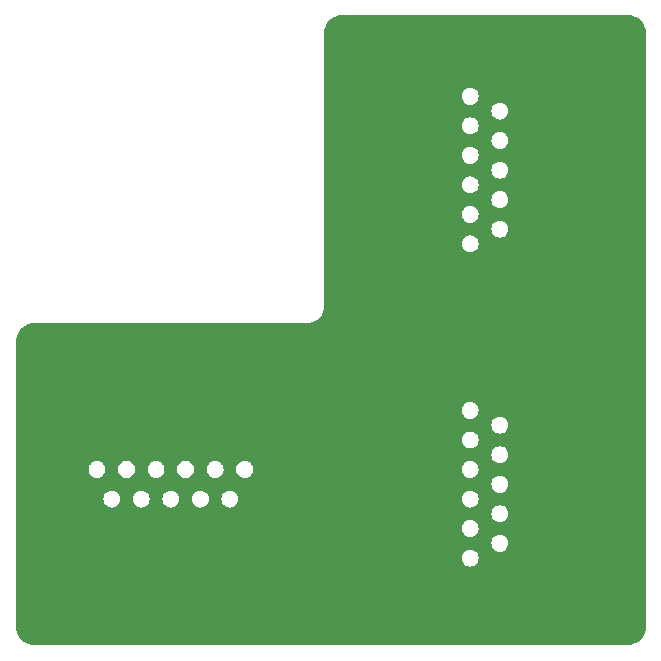
<source format=gbr>
%TF.GenerationSoftware,KiCad,Pcbnew,(5.1.10)-1*%
%TF.CreationDate,2023-09-11T18:35:05-05:00*%
%TF.ProjectId,perovskite_contact_board,7065726f-7673-46b6-9974-655f636f6e74,V3*%
%TF.SameCoordinates,Original*%
%TF.FileFunction,Soldermask,Top*%
%TF.FilePolarity,Negative*%
%FSLAX46Y46*%
G04 Gerber Fmt 4.6, Leading zero omitted, Abs format (unit mm)*
G04 Created by KiCad (PCBNEW (5.1.10)-1) date 2023-09-11 18:35:05*
%MOMM*%
%LPD*%
G01*
G04 APERTURE LIST*
%ADD10R,0.350000X0.500000*%
%ADD11R,4.000000X4.000000*%
%ADD12R,3.800000X7.400000*%
%ADD13C,2.000000*%
%ADD14C,0.152400*%
%ADD15C,0.100000*%
G04 APERTURE END LIST*
D10*
%TO.C,U7*%
X158963000Y-88451800D03*
X158313000Y-88451800D03*
X157663000Y-88451800D03*
X157013000Y-88451800D03*
X157013000Y-86401800D03*
X157663000Y-86401800D03*
X158313000Y-86401800D03*
X158963000Y-86401800D03*
%TD*%
%TO.C,C2*%
G36*
G01*
X156912500Y-90863300D02*
X157412500Y-90863300D01*
G75*
G02*
X157637500Y-91088300I0J-225000D01*
G01*
X157637500Y-91538300D01*
G75*
G02*
X157412500Y-91763300I-225000J0D01*
G01*
X156912500Y-91763300D01*
G75*
G02*
X156687500Y-91538300I0J225000D01*
G01*
X156687500Y-91088300D01*
G75*
G02*
X156912500Y-90863300I225000J0D01*
G01*
G37*
G36*
G01*
X156912500Y-89313300D02*
X157412500Y-89313300D01*
G75*
G02*
X157637500Y-89538300I0J-225000D01*
G01*
X157637500Y-89988300D01*
G75*
G02*
X157412500Y-90213300I-225000J0D01*
G01*
X156912500Y-90213300D01*
G75*
G02*
X156687500Y-89988300I0J225000D01*
G01*
X156687500Y-89538300D01*
G75*
G02*
X156912500Y-89313300I225000J0D01*
G01*
G37*
%TD*%
%TO.C,C1*%
G36*
G01*
X158436500Y-90863300D02*
X158936500Y-90863300D01*
G75*
G02*
X159161500Y-91088300I0J-225000D01*
G01*
X159161500Y-91538300D01*
G75*
G02*
X158936500Y-91763300I-225000J0D01*
G01*
X158436500Y-91763300D01*
G75*
G02*
X158211500Y-91538300I0J225000D01*
G01*
X158211500Y-91088300D01*
G75*
G02*
X158436500Y-90863300I225000J0D01*
G01*
G37*
G36*
G01*
X158436500Y-89313300D02*
X158936500Y-89313300D01*
G75*
G02*
X159161500Y-89538300I0J-225000D01*
G01*
X159161500Y-89988300D01*
G75*
G02*
X158936500Y-90213300I-225000J0D01*
G01*
X158436500Y-90213300D01*
G75*
G02*
X158211500Y-89988300I0J225000D01*
G01*
X158211500Y-89538300D01*
G75*
G02*
X158436500Y-89313300I225000J0D01*
G01*
G37*
%TD*%
D11*
%TO.C,U3*%
X162577500Y-100463000D03*
X162577500Y-120663000D03*
X173177500Y-110763000D03*
X152877500Y-110713000D03*
D12*
X173377500Y-118913000D03*
X173377500Y-102463000D03*
X152777500Y-102463000D03*
X152777500Y-118913000D03*
%TD*%
D13*
%TO.C,JP103.8*%
X156768800Y-76352400D03*
%TD*%
%TO.C,JP103.11*%
X158496000Y-73863200D03*
%TD*%
D11*
%TO.C,U2*%
X136479000Y-100263000D03*
X136479000Y-120463000D03*
X147079000Y-110563000D03*
X126779000Y-110513000D03*
D12*
X147279000Y-118713000D03*
X147279000Y-102263000D03*
X126679000Y-102263000D03*
X126679000Y-118713000D03*
%TD*%
D13*
%TO.C,JP103.2*%
X157886400Y-79806800D03*
%TD*%
%TO.C,JP103.1*%
X157022800Y-83515200D03*
%TD*%
D11*
%TO.C,U1*%
X162514000Y-74260000D03*
X162514000Y-94460000D03*
X173114000Y-84560000D03*
X152814000Y-84510000D03*
D12*
X173314000Y-92710000D03*
X173314000Y-76260000D03*
X152714000Y-76260000D03*
X152714000Y-92710000D03*
%TD*%
D14*
X175199451Y-70898868D02*
X175428324Y-70953816D01*
X175645785Y-71043891D01*
X175846477Y-71166876D01*
X176025459Y-71319741D01*
X176178324Y-71498723D01*
X176301309Y-71699415D01*
X176391384Y-71916876D01*
X176446332Y-72145749D01*
X176464799Y-72380401D01*
X176464799Y-122580400D01*
X176446332Y-122815052D01*
X176391384Y-123043925D01*
X176301309Y-123261386D01*
X176178324Y-123462078D01*
X176025459Y-123641060D01*
X175846477Y-123793925D01*
X175645785Y-123916910D01*
X175428324Y-124006985D01*
X175199451Y-124061933D01*
X174964799Y-124080400D01*
X124764800Y-124080400D01*
X124530148Y-124061933D01*
X124301275Y-124006985D01*
X124083814Y-123916910D01*
X123883122Y-123793925D01*
X123704140Y-123641060D01*
X123551275Y-123462078D01*
X123428290Y-123261386D01*
X123338215Y-123043925D01*
X123283267Y-122815052D01*
X123264800Y-122580400D01*
X123264800Y-116780400D01*
X160864800Y-116780400D01*
X160884858Y-116958417D01*
X160944025Y-117127507D01*
X161039335Y-117279192D01*
X161166008Y-117405865D01*
X161317693Y-117501175D01*
X161486783Y-117560342D01*
X161664800Y-117580400D01*
X161842817Y-117560342D01*
X162011907Y-117501175D01*
X162163592Y-117405865D01*
X162290265Y-117279192D01*
X162385575Y-117127507D01*
X162444742Y-116958417D01*
X162464800Y-116780400D01*
X162444742Y-116602383D01*
X162385575Y-116433293D01*
X162290265Y-116281608D01*
X162163592Y-116154935D01*
X162011907Y-116059625D01*
X161842817Y-116000458D01*
X161664800Y-115980400D01*
X161486783Y-116000458D01*
X161317693Y-116059625D01*
X161166008Y-116154935D01*
X161039335Y-116281608D01*
X160944025Y-116433293D01*
X160884858Y-116602383D01*
X160864800Y-116780400D01*
X123264800Y-116780400D01*
X123264800Y-115530400D01*
X163364800Y-115530400D01*
X163384858Y-115708417D01*
X163444025Y-115877507D01*
X163539335Y-116029192D01*
X163666008Y-116155865D01*
X163817693Y-116251175D01*
X163986783Y-116310342D01*
X164164800Y-116330400D01*
X164342817Y-116310342D01*
X164511907Y-116251175D01*
X164663592Y-116155865D01*
X164790265Y-116029192D01*
X164885575Y-115877507D01*
X164944742Y-115708417D01*
X164964800Y-115530400D01*
X164944742Y-115352383D01*
X164885575Y-115183293D01*
X164790265Y-115031608D01*
X164663592Y-114904935D01*
X164511907Y-114809625D01*
X164342817Y-114750458D01*
X164164800Y-114730400D01*
X163986783Y-114750458D01*
X163817693Y-114809625D01*
X163666008Y-114904935D01*
X163539335Y-115031608D01*
X163444025Y-115183293D01*
X163384858Y-115352383D01*
X163364800Y-115530400D01*
X123264800Y-115530400D01*
X123264800Y-114280400D01*
X160864800Y-114280400D01*
X160884858Y-114458417D01*
X160944025Y-114627507D01*
X161039335Y-114779192D01*
X161166008Y-114905865D01*
X161317693Y-115001175D01*
X161486783Y-115060342D01*
X161664800Y-115080400D01*
X161842817Y-115060342D01*
X162011907Y-115001175D01*
X162163592Y-114905865D01*
X162290265Y-114779192D01*
X162385575Y-114627507D01*
X162444742Y-114458417D01*
X162464800Y-114280400D01*
X162444742Y-114102383D01*
X162385575Y-113933293D01*
X162290265Y-113781608D01*
X162163592Y-113654935D01*
X162011907Y-113559625D01*
X161842817Y-113500458D01*
X161664800Y-113480400D01*
X161486783Y-113500458D01*
X161317693Y-113559625D01*
X161166008Y-113654935D01*
X161039335Y-113781608D01*
X160944025Y-113933293D01*
X160884858Y-114102383D01*
X160864800Y-114280400D01*
X123264800Y-114280400D01*
X123264800Y-113030400D01*
X163364800Y-113030400D01*
X163384858Y-113208417D01*
X163444025Y-113377507D01*
X163539335Y-113529192D01*
X163666008Y-113655865D01*
X163817693Y-113751175D01*
X163986783Y-113810342D01*
X164164800Y-113830400D01*
X164342817Y-113810342D01*
X164511907Y-113751175D01*
X164663592Y-113655865D01*
X164790265Y-113529192D01*
X164885575Y-113377507D01*
X164944742Y-113208417D01*
X164964800Y-113030400D01*
X164944742Y-112852383D01*
X164885575Y-112683293D01*
X164790265Y-112531608D01*
X164663592Y-112404935D01*
X164511907Y-112309625D01*
X164342817Y-112250458D01*
X164164800Y-112230400D01*
X163986783Y-112250458D01*
X163817693Y-112309625D01*
X163666008Y-112404935D01*
X163539335Y-112531608D01*
X163444025Y-112683293D01*
X163384858Y-112852383D01*
X163364800Y-113030400D01*
X123264800Y-113030400D01*
X123264800Y-111780401D01*
X130514800Y-111780401D01*
X130534858Y-111958418D01*
X130594025Y-112127508D01*
X130689335Y-112279193D01*
X130816008Y-112405866D01*
X130967693Y-112501176D01*
X131136783Y-112560343D01*
X131314800Y-112580401D01*
X131492817Y-112560343D01*
X131661907Y-112501176D01*
X131813592Y-112405866D01*
X131940265Y-112279193D01*
X132035575Y-112127508D01*
X132094742Y-111958418D01*
X132114800Y-111780401D01*
X133014800Y-111780401D01*
X133034858Y-111958418D01*
X133094025Y-112127508D01*
X133189335Y-112279193D01*
X133316008Y-112405866D01*
X133467693Y-112501176D01*
X133636783Y-112560343D01*
X133814800Y-112580401D01*
X133992817Y-112560343D01*
X134161907Y-112501176D01*
X134313592Y-112405866D01*
X134440265Y-112279193D01*
X134535575Y-112127508D01*
X134594742Y-111958418D01*
X134614800Y-111780401D01*
X135514800Y-111780401D01*
X135534858Y-111958418D01*
X135594025Y-112127508D01*
X135689335Y-112279193D01*
X135816008Y-112405866D01*
X135967693Y-112501176D01*
X136136783Y-112560343D01*
X136314800Y-112580401D01*
X136492817Y-112560343D01*
X136661907Y-112501176D01*
X136813592Y-112405866D01*
X136940265Y-112279193D01*
X137035575Y-112127508D01*
X137094742Y-111958418D01*
X137114800Y-111780401D01*
X138014800Y-111780401D01*
X138034858Y-111958418D01*
X138094025Y-112127508D01*
X138189335Y-112279193D01*
X138316008Y-112405866D01*
X138467693Y-112501176D01*
X138636783Y-112560343D01*
X138814800Y-112580401D01*
X138992817Y-112560343D01*
X139161907Y-112501176D01*
X139313592Y-112405866D01*
X139440265Y-112279193D01*
X139535575Y-112127508D01*
X139594742Y-111958418D01*
X139614800Y-111780401D01*
X140514800Y-111780401D01*
X140534858Y-111958418D01*
X140594025Y-112127508D01*
X140689335Y-112279193D01*
X140816008Y-112405866D01*
X140967693Y-112501176D01*
X141136783Y-112560343D01*
X141314800Y-112580401D01*
X141492817Y-112560343D01*
X141661907Y-112501176D01*
X141813592Y-112405866D01*
X141940265Y-112279193D01*
X142035575Y-112127508D01*
X142094742Y-111958418D01*
X142114800Y-111780401D01*
X160864800Y-111780401D01*
X160884858Y-111958418D01*
X160944025Y-112127508D01*
X161039335Y-112279193D01*
X161166008Y-112405866D01*
X161317693Y-112501176D01*
X161486783Y-112560343D01*
X161664800Y-112580401D01*
X161842817Y-112560343D01*
X162011907Y-112501176D01*
X162163592Y-112405866D01*
X162290265Y-112279193D01*
X162385575Y-112127508D01*
X162444742Y-111958418D01*
X162464800Y-111780401D01*
X162444742Y-111602384D01*
X162385575Y-111433294D01*
X162290265Y-111281609D01*
X162163592Y-111154936D01*
X162011907Y-111059626D01*
X161842817Y-111000459D01*
X161664800Y-110980401D01*
X161486783Y-111000459D01*
X161317693Y-111059626D01*
X161166008Y-111154936D01*
X161039335Y-111281609D01*
X160944025Y-111433294D01*
X160884858Y-111602384D01*
X160864800Y-111780401D01*
X142114800Y-111780401D01*
X142094742Y-111602384D01*
X142035575Y-111433294D01*
X141940265Y-111281609D01*
X141813592Y-111154936D01*
X141661907Y-111059626D01*
X141492817Y-111000459D01*
X141314800Y-110980401D01*
X141136783Y-111000459D01*
X140967693Y-111059626D01*
X140816008Y-111154936D01*
X140689335Y-111281609D01*
X140594025Y-111433294D01*
X140534858Y-111602384D01*
X140514800Y-111780401D01*
X139614800Y-111780401D01*
X139594742Y-111602384D01*
X139535575Y-111433294D01*
X139440265Y-111281609D01*
X139313592Y-111154936D01*
X139161907Y-111059626D01*
X138992817Y-111000459D01*
X138814800Y-110980401D01*
X138636783Y-111000459D01*
X138467693Y-111059626D01*
X138316008Y-111154936D01*
X138189335Y-111281609D01*
X138094025Y-111433294D01*
X138034858Y-111602384D01*
X138014800Y-111780401D01*
X137114800Y-111780401D01*
X137094742Y-111602384D01*
X137035575Y-111433294D01*
X136940265Y-111281609D01*
X136813592Y-111154936D01*
X136661907Y-111059626D01*
X136492817Y-111000459D01*
X136314800Y-110980401D01*
X136136783Y-111000459D01*
X135967693Y-111059626D01*
X135816008Y-111154936D01*
X135689335Y-111281609D01*
X135594025Y-111433294D01*
X135534858Y-111602384D01*
X135514800Y-111780401D01*
X134614800Y-111780401D01*
X134594742Y-111602384D01*
X134535575Y-111433294D01*
X134440265Y-111281609D01*
X134313592Y-111154936D01*
X134161907Y-111059626D01*
X133992817Y-111000459D01*
X133814800Y-110980401D01*
X133636783Y-111000459D01*
X133467693Y-111059626D01*
X133316008Y-111154936D01*
X133189335Y-111281609D01*
X133094025Y-111433294D01*
X133034858Y-111602384D01*
X133014800Y-111780401D01*
X132114800Y-111780401D01*
X132094742Y-111602384D01*
X132035575Y-111433294D01*
X131940265Y-111281609D01*
X131813592Y-111154936D01*
X131661907Y-111059626D01*
X131492817Y-111000459D01*
X131314800Y-110980401D01*
X131136783Y-111000459D01*
X130967693Y-111059626D01*
X130816008Y-111154936D01*
X130689335Y-111281609D01*
X130594025Y-111433294D01*
X130534858Y-111602384D01*
X130514800Y-111780401D01*
X123264800Y-111780401D01*
X123264800Y-110530401D01*
X163364800Y-110530401D01*
X163384858Y-110708418D01*
X163444025Y-110877508D01*
X163539335Y-111029193D01*
X163666008Y-111155866D01*
X163817693Y-111251176D01*
X163986783Y-111310343D01*
X164164800Y-111330401D01*
X164342817Y-111310343D01*
X164511907Y-111251176D01*
X164663592Y-111155866D01*
X164790265Y-111029193D01*
X164885575Y-110877508D01*
X164944742Y-110708418D01*
X164964800Y-110530401D01*
X164944742Y-110352384D01*
X164885575Y-110183294D01*
X164790265Y-110031609D01*
X164663592Y-109904936D01*
X164511907Y-109809626D01*
X164342817Y-109750459D01*
X164164800Y-109730401D01*
X163986783Y-109750459D01*
X163817693Y-109809626D01*
X163666008Y-109904936D01*
X163539335Y-110031609D01*
X163444025Y-110183294D01*
X163384858Y-110352384D01*
X163364800Y-110530401D01*
X123264800Y-110530401D01*
X123264800Y-109280401D01*
X129264800Y-109280401D01*
X129284858Y-109458418D01*
X129344025Y-109627508D01*
X129439335Y-109779193D01*
X129566008Y-109905866D01*
X129717693Y-110001176D01*
X129886783Y-110060343D01*
X130064800Y-110080401D01*
X130242817Y-110060343D01*
X130411907Y-110001176D01*
X130563592Y-109905866D01*
X130690265Y-109779193D01*
X130785575Y-109627508D01*
X130844742Y-109458418D01*
X130864800Y-109280401D01*
X131764800Y-109280401D01*
X131784858Y-109458418D01*
X131844025Y-109627508D01*
X131939335Y-109779193D01*
X132066008Y-109905866D01*
X132217693Y-110001176D01*
X132386783Y-110060343D01*
X132564800Y-110080401D01*
X132742817Y-110060343D01*
X132911907Y-110001176D01*
X133063592Y-109905866D01*
X133190265Y-109779193D01*
X133285575Y-109627508D01*
X133344742Y-109458418D01*
X133364800Y-109280401D01*
X134264800Y-109280401D01*
X134284858Y-109458418D01*
X134344025Y-109627508D01*
X134439335Y-109779193D01*
X134566008Y-109905866D01*
X134717693Y-110001176D01*
X134886783Y-110060343D01*
X135064800Y-110080401D01*
X135242817Y-110060343D01*
X135411907Y-110001176D01*
X135563592Y-109905866D01*
X135690265Y-109779193D01*
X135785575Y-109627508D01*
X135844742Y-109458418D01*
X135864800Y-109280401D01*
X136764800Y-109280401D01*
X136784858Y-109458418D01*
X136844025Y-109627508D01*
X136939335Y-109779193D01*
X137066008Y-109905866D01*
X137217693Y-110001176D01*
X137386783Y-110060343D01*
X137564800Y-110080401D01*
X137742817Y-110060343D01*
X137911907Y-110001176D01*
X138063592Y-109905866D01*
X138190265Y-109779193D01*
X138285575Y-109627508D01*
X138344742Y-109458418D01*
X138364800Y-109280401D01*
X139264800Y-109280401D01*
X139284858Y-109458418D01*
X139344025Y-109627508D01*
X139439335Y-109779193D01*
X139566008Y-109905866D01*
X139717693Y-110001176D01*
X139886783Y-110060343D01*
X140064800Y-110080401D01*
X140242817Y-110060343D01*
X140411907Y-110001176D01*
X140563592Y-109905866D01*
X140690265Y-109779193D01*
X140785575Y-109627508D01*
X140844742Y-109458418D01*
X140864800Y-109280401D01*
X141764800Y-109280401D01*
X141784858Y-109458418D01*
X141844025Y-109627508D01*
X141939335Y-109779193D01*
X142066008Y-109905866D01*
X142217693Y-110001176D01*
X142386783Y-110060343D01*
X142564800Y-110080401D01*
X142742817Y-110060343D01*
X142911907Y-110001176D01*
X143063592Y-109905866D01*
X143190265Y-109779193D01*
X143285575Y-109627508D01*
X143344742Y-109458418D01*
X143364800Y-109280401D01*
X160864800Y-109280401D01*
X160884858Y-109458418D01*
X160944025Y-109627508D01*
X161039335Y-109779193D01*
X161166008Y-109905866D01*
X161317693Y-110001176D01*
X161486783Y-110060343D01*
X161664800Y-110080401D01*
X161842817Y-110060343D01*
X162011907Y-110001176D01*
X162163592Y-109905866D01*
X162290265Y-109779193D01*
X162385575Y-109627508D01*
X162444742Y-109458418D01*
X162464800Y-109280401D01*
X162444742Y-109102384D01*
X162385575Y-108933294D01*
X162290265Y-108781609D01*
X162163592Y-108654936D01*
X162011907Y-108559626D01*
X161842817Y-108500459D01*
X161664800Y-108480401D01*
X161486783Y-108500459D01*
X161317693Y-108559626D01*
X161166008Y-108654936D01*
X161039335Y-108781609D01*
X160944025Y-108933294D01*
X160884858Y-109102384D01*
X160864800Y-109280401D01*
X143364800Y-109280401D01*
X143344742Y-109102384D01*
X143285575Y-108933294D01*
X143190265Y-108781609D01*
X143063592Y-108654936D01*
X142911907Y-108559626D01*
X142742817Y-108500459D01*
X142564800Y-108480401D01*
X142386783Y-108500459D01*
X142217693Y-108559626D01*
X142066008Y-108654936D01*
X141939335Y-108781609D01*
X141844025Y-108933294D01*
X141784858Y-109102384D01*
X141764800Y-109280401D01*
X140864800Y-109280401D01*
X140844742Y-109102384D01*
X140785575Y-108933294D01*
X140690265Y-108781609D01*
X140563592Y-108654936D01*
X140411907Y-108559626D01*
X140242817Y-108500459D01*
X140064800Y-108480401D01*
X139886783Y-108500459D01*
X139717693Y-108559626D01*
X139566008Y-108654936D01*
X139439335Y-108781609D01*
X139344025Y-108933294D01*
X139284858Y-109102384D01*
X139264800Y-109280401D01*
X138364800Y-109280401D01*
X138344742Y-109102384D01*
X138285575Y-108933294D01*
X138190265Y-108781609D01*
X138063592Y-108654936D01*
X137911907Y-108559626D01*
X137742817Y-108500459D01*
X137564800Y-108480401D01*
X137386783Y-108500459D01*
X137217693Y-108559626D01*
X137066008Y-108654936D01*
X136939335Y-108781609D01*
X136844025Y-108933294D01*
X136784858Y-109102384D01*
X136764800Y-109280401D01*
X135864800Y-109280401D01*
X135844742Y-109102384D01*
X135785575Y-108933294D01*
X135690265Y-108781609D01*
X135563592Y-108654936D01*
X135411907Y-108559626D01*
X135242817Y-108500459D01*
X135064800Y-108480401D01*
X134886783Y-108500459D01*
X134717693Y-108559626D01*
X134566008Y-108654936D01*
X134439335Y-108781609D01*
X134344025Y-108933294D01*
X134284858Y-109102384D01*
X134264800Y-109280401D01*
X133364800Y-109280401D01*
X133344742Y-109102384D01*
X133285575Y-108933294D01*
X133190265Y-108781609D01*
X133063592Y-108654936D01*
X132911907Y-108559626D01*
X132742817Y-108500459D01*
X132564800Y-108480401D01*
X132386783Y-108500459D01*
X132217693Y-108559626D01*
X132066008Y-108654936D01*
X131939335Y-108781609D01*
X131844025Y-108933294D01*
X131784858Y-109102384D01*
X131764800Y-109280401D01*
X130864800Y-109280401D01*
X130844742Y-109102384D01*
X130785575Y-108933294D01*
X130690265Y-108781609D01*
X130563592Y-108654936D01*
X130411907Y-108559626D01*
X130242817Y-108500459D01*
X130064800Y-108480401D01*
X129886783Y-108500459D01*
X129717693Y-108559626D01*
X129566008Y-108654936D01*
X129439335Y-108781609D01*
X129344025Y-108933294D01*
X129284858Y-109102384D01*
X129264800Y-109280401D01*
X123264800Y-109280401D01*
X123264800Y-108030401D01*
X163364800Y-108030401D01*
X163384858Y-108208418D01*
X163444025Y-108377508D01*
X163539335Y-108529193D01*
X163666008Y-108655866D01*
X163817693Y-108751176D01*
X163986783Y-108810343D01*
X164164800Y-108830401D01*
X164342817Y-108810343D01*
X164511907Y-108751176D01*
X164663592Y-108655866D01*
X164790265Y-108529193D01*
X164885575Y-108377508D01*
X164944742Y-108208418D01*
X164964800Y-108030401D01*
X164944742Y-107852384D01*
X164885575Y-107683294D01*
X164790265Y-107531609D01*
X164663592Y-107404936D01*
X164511907Y-107309626D01*
X164342817Y-107250459D01*
X164164800Y-107230401D01*
X163986783Y-107250459D01*
X163817693Y-107309626D01*
X163666008Y-107404936D01*
X163539335Y-107531609D01*
X163444025Y-107683294D01*
X163384858Y-107852384D01*
X163364800Y-108030401D01*
X123264800Y-108030401D01*
X123264800Y-106780401D01*
X160864800Y-106780401D01*
X160884858Y-106958418D01*
X160944025Y-107127508D01*
X161039335Y-107279193D01*
X161166008Y-107405866D01*
X161317693Y-107501176D01*
X161486783Y-107560343D01*
X161664800Y-107580401D01*
X161842817Y-107560343D01*
X162011907Y-107501176D01*
X162163592Y-107405866D01*
X162290265Y-107279193D01*
X162385575Y-107127508D01*
X162444742Y-106958418D01*
X162464800Y-106780401D01*
X162444742Y-106602384D01*
X162385575Y-106433294D01*
X162290265Y-106281609D01*
X162163592Y-106154936D01*
X162011907Y-106059626D01*
X161842817Y-106000459D01*
X161664800Y-105980401D01*
X161486783Y-106000459D01*
X161317693Y-106059626D01*
X161166008Y-106154936D01*
X161039335Y-106281609D01*
X160944025Y-106433294D01*
X160884858Y-106602384D01*
X160864800Y-106780401D01*
X123264800Y-106780401D01*
X123264800Y-105530401D01*
X163364800Y-105530401D01*
X163384858Y-105708418D01*
X163444025Y-105877508D01*
X163539335Y-106029193D01*
X163666008Y-106155866D01*
X163817693Y-106251176D01*
X163986783Y-106310343D01*
X164164800Y-106330401D01*
X164342817Y-106310343D01*
X164511907Y-106251176D01*
X164663592Y-106155866D01*
X164790265Y-106029193D01*
X164885575Y-105877508D01*
X164944742Y-105708418D01*
X164964800Y-105530401D01*
X164944742Y-105352384D01*
X164885575Y-105183294D01*
X164790265Y-105031609D01*
X164663592Y-104904936D01*
X164511907Y-104809626D01*
X164342817Y-104750459D01*
X164164800Y-104730401D01*
X163986783Y-104750459D01*
X163817693Y-104809626D01*
X163666008Y-104904936D01*
X163539335Y-105031609D01*
X163444025Y-105183294D01*
X163384858Y-105352384D01*
X163364800Y-105530401D01*
X123264800Y-105530401D01*
X123264800Y-104280401D01*
X160864800Y-104280401D01*
X160884858Y-104458418D01*
X160944025Y-104627508D01*
X161039335Y-104779193D01*
X161166008Y-104905866D01*
X161317693Y-105001176D01*
X161486783Y-105060343D01*
X161664800Y-105080401D01*
X161842817Y-105060343D01*
X162011907Y-105001176D01*
X162163592Y-104905866D01*
X162290265Y-104779193D01*
X162385575Y-104627508D01*
X162444742Y-104458418D01*
X162464800Y-104280401D01*
X162444742Y-104102384D01*
X162385575Y-103933294D01*
X162290265Y-103781609D01*
X162163592Y-103654936D01*
X162011907Y-103559626D01*
X161842817Y-103500459D01*
X161664800Y-103480401D01*
X161486783Y-103500459D01*
X161317693Y-103559626D01*
X161166008Y-103654936D01*
X161039335Y-103781609D01*
X160944025Y-103933294D01*
X160884858Y-104102384D01*
X160864800Y-104280401D01*
X123264800Y-104280401D01*
X123264800Y-98480401D01*
X123283267Y-98245749D01*
X123338215Y-98016876D01*
X123428290Y-97799415D01*
X123551275Y-97598723D01*
X123704140Y-97419741D01*
X123883122Y-97266876D01*
X124083814Y-97143891D01*
X124301275Y-97053816D01*
X124530148Y-96998868D01*
X124764800Y-96980401D01*
X147864800Y-96980401D01*
X148099452Y-96961934D01*
X148328325Y-96906986D01*
X148545786Y-96816911D01*
X148746478Y-96693926D01*
X148925460Y-96541061D01*
X149078325Y-96362079D01*
X149201310Y-96161387D01*
X149291385Y-95943926D01*
X149346333Y-95715053D01*
X149364800Y-95480401D01*
X149364800Y-90180401D01*
X160864800Y-90180401D01*
X160884858Y-90358418D01*
X160944025Y-90527508D01*
X161039335Y-90679193D01*
X161166008Y-90805866D01*
X161317693Y-90901176D01*
X161486783Y-90960343D01*
X161664800Y-90980401D01*
X161842817Y-90960343D01*
X162011907Y-90901176D01*
X162163592Y-90805866D01*
X162290265Y-90679193D01*
X162385575Y-90527508D01*
X162444742Y-90358418D01*
X162464800Y-90180401D01*
X162444742Y-90002384D01*
X162385575Y-89833294D01*
X162290265Y-89681609D01*
X162163592Y-89554936D01*
X162011907Y-89459626D01*
X161842817Y-89400459D01*
X161664800Y-89380401D01*
X161486783Y-89400459D01*
X161317693Y-89459626D01*
X161166008Y-89554936D01*
X161039335Y-89681609D01*
X160944025Y-89833294D01*
X160884858Y-90002384D01*
X160864800Y-90180401D01*
X149364800Y-90180401D01*
X149364800Y-88930401D01*
X163364800Y-88930401D01*
X163384858Y-89108418D01*
X163444025Y-89277508D01*
X163539335Y-89429193D01*
X163666008Y-89555866D01*
X163817693Y-89651176D01*
X163986783Y-89710343D01*
X164164800Y-89730401D01*
X164342817Y-89710343D01*
X164511907Y-89651176D01*
X164663592Y-89555866D01*
X164790265Y-89429193D01*
X164885575Y-89277508D01*
X164944742Y-89108418D01*
X164964800Y-88930401D01*
X164944742Y-88752384D01*
X164885575Y-88583294D01*
X164790265Y-88431609D01*
X164663592Y-88304936D01*
X164511907Y-88209626D01*
X164342817Y-88150459D01*
X164164800Y-88130401D01*
X163986783Y-88150459D01*
X163817693Y-88209626D01*
X163666008Y-88304936D01*
X163539335Y-88431609D01*
X163444025Y-88583294D01*
X163384858Y-88752384D01*
X163364800Y-88930401D01*
X149364800Y-88930401D01*
X149364800Y-87680401D01*
X160864800Y-87680401D01*
X160884858Y-87858418D01*
X160944025Y-88027508D01*
X161039335Y-88179193D01*
X161166008Y-88305866D01*
X161317693Y-88401176D01*
X161486783Y-88460343D01*
X161664800Y-88480401D01*
X161842817Y-88460343D01*
X162011907Y-88401176D01*
X162163592Y-88305866D01*
X162290265Y-88179193D01*
X162385575Y-88027508D01*
X162444742Y-87858418D01*
X162464800Y-87680401D01*
X162444742Y-87502384D01*
X162385575Y-87333294D01*
X162290265Y-87181609D01*
X162163592Y-87054936D01*
X162011907Y-86959626D01*
X161842817Y-86900459D01*
X161664800Y-86880401D01*
X161486783Y-86900459D01*
X161317693Y-86959626D01*
X161166008Y-87054936D01*
X161039335Y-87181609D01*
X160944025Y-87333294D01*
X160884858Y-87502384D01*
X160864800Y-87680401D01*
X149364800Y-87680401D01*
X149364800Y-86430401D01*
X163364800Y-86430401D01*
X163384858Y-86608418D01*
X163444025Y-86777508D01*
X163539335Y-86929193D01*
X163666008Y-87055866D01*
X163817693Y-87151176D01*
X163986783Y-87210343D01*
X164164800Y-87230401D01*
X164342817Y-87210343D01*
X164511907Y-87151176D01*
X164663592Y-87055866D01*
X164790265Y-86929193D01*
X164885575Y-86777508D01*
X164944742Y-86608418D01*
X164964800Y-86430401D01*
X164944742Y-86252384D01*
X164885575Y-86083294D01*
X164790265Y-85931609D01*
X164663592Y-85804936D01*
X164511907Y-85709626D01*
X164342817Y-85650459D01*
X164164800Y-85630401D01*
X163986783Y-85650459D01*
X163817693Y-85709626D01*
X163666008Y-85804936D01*
X163539335Y-85931609D01*
X163444025Y-86083294D01*
X163384858Y-86252384D01*
X163364800Y-86430401D01*
X149364800Y-86430401D01*
X149364800Y-85180401D01*
X160864800Y-85180401D01*
X160884858Y-85358418D01*
X160944025Y-85527508D01*
X161039335Y-85679193D01*
X161166008Y-85805866D01*
X161317693Y-85901176D01*
X161486783Y-85960343D01*
X161664800Y-85980401D01*
X161842817Y-85960343D01*
X162011907Y-85901176D01*
X162163592Y-85805866D01*
X162290265Y-85679193D01*
X162385575Y-85527508D01*
X162444742Y-85358418D01*
X162464800Y-85180401D01*
X162444742Y-85002384D01*
X162385575Y-84833294D01*
X162290265Y-84681609D01*
X162163592Y-84554936D01*
X162011907Y-84459626D01*
X161842817Y-84400459D01*
X161664800Y-84380401D01*
X161486783Y-84400459D01*
X161317693Y-84459626D01*
X161166008Y-84554936D01*
X161039335Y-84681609D01*
X160944025Y-84833294D01*
X160884858Y-85002384D01*
X160864800Y-85180401D01*
X149364800Y-85180401D01*
X149364800Y-83930401D01*
X163364800Y-83930401D01*
X163384858Y-84108418D01*
X163444025Y-84277508D01*
X163539335Y-84429193D01*
X163666008Y-84555866D01*
X163817693Y-84651176D01*
X163986783Y-84710343D01*
X164164800Y-84730401D01*
X164342817Y-84710343D01*
X164511907Y-84651176D01*
X164663592Y-84555866D01*
X164790265Y-84429193D01*
X164885575Y-84277508D01*
X164944742Y-84108418D01*
X164964800Y-83930401D01*
X164944742Y-83752384D01*
X164885575Y-83583294D01*
X164790265Y-83431609D01*
X164663592Y-83304936D01*
X164511907Y-83209626D01*
X164342817Y-83150459D01*
X164164800Y-83130401D01*
X163986783Y-83150459D01*
X163817693Y-83209626D01*
X163666008Y-83304936D01*
X163539335Y-83431609D01*
X163444025Y-83583294D01*
X163384858Y-83752384D01*
X163364800Y-83930401D01*
X149364800Y-83930401D01*
X149364800Y-82680401D01*
X160864800Y-82680401D01*
X160884858Y-82858418D01*
X160944025Y-83027508D01*
X161039335Y-83179193D01*
X161166008Y-83305866D01*
X161317693Y-83401176D01*
X161486783Y-83460343D01*
X161664800Y-83480401D01*
X161842817Y-83460343D01*
X162011907Y-83401176D01*
X162163592Y-83305866D01*
X162290265Y-83179193D01*
X162385575Y-83027508D01*
X162444742Y-82858418D01*
X162464800Y-82680401D01*
X162444742Y-82502384D01*
X162385575Y-82333294D01*
X162290265Y-82181609D01*
X162163592Y-82054936D01*
X162011907Y-81959626D01*
X161842817Y-81900459D01*
X161664800Y-81880401D01*
X161486783Y-81900459D01*
X161317693Y-81959626D01*
X161166008Y-82054936D01*
X161039335Y-82181609D01*
X160944025Y-82333294D01*
X160884858Y-82502384D01*
X160864800Y-82680401D01*
X149364800Y-82680401D01*
X149364800Y-81430401D01*
X163364800Y-81430401D01*
X163384858Y-81608418D01*
X163444025Y-81777508D01*
X163539335Y-81929193D01*
X163666008Y-82055866D01*
X163817693Y-82151176D01*
X163986783Y-82210343D01*
X164164800Y-82230401D01*
X164342817Y-82210343D01*
X164511907Y-82151176D01*
X164663592Y-82055866D01*
X164790265Y-81929193D01*
X164885575Y-81777508D01*
X164944742Y-81608418D01*
X164964800Y-81430401D01*
X164944742Y-81252384D01*
X164885575Y-81083294D01*
X164790265Y-80931609D01*
X164663592Y-80804936D01*
X164511907Y-80709626D01*
X164342817Y-80650459D01*
X164164800Y-80630401D01*
X163986783Y-80650459D01*
X163817693Y-80709626D01*
X163666008Y-80804936D01*
X163539335Y-80931609D01*
X163444025Y-81083294D01*
X163384858Y-81252384D01*
X163364800Y-81430401D01*
X149364800Y-81430401D01*
X149364800Y-80180401D01*
X160864800Y-80180401D01*
X160884858Y-80358418D01*
X160944025Y-80527508D01*
X161039335Y-80679193D01*
X161166008Y-80805866D01*
X161317693Y-80901176D01*
X161486783Y-80960343D01*
X161664800Y-80980401D01*
X161842817Y-80960343D01*
X162011907Y-80901176D01*
X162163592Y-80805866D01*
X162290265Y-80679193D01*
X162385575Y-80527508D01*
X162444742Y-80358418D01*
X162464800Y-80180401D01*
X162444742Y-80002384D01*
X162385575Y-79833294D01*
X162290265Y-79681609D01*
X162163592Y-79554936D01*
X162011907Y-79459626D01*
X161842817Y-79400459D01*
X161664800Y-79380401D01*
X161486783Y-79400459D01*
X161317693Y-79459626D01*
X161166008Y-79554936D01*
X161039335Y-79681609D01*
X160944025Y-79833294D01*
X160884858Y-80002384D01*
X160864800Y-80180401D01*
X149364800Y-80180401D01*
X149364800Y-78930401D01*
X163364800Y-78930401D01*
X163384858Y-79108418D01*
X163444025Y-79277508D01*
X163539335Y-79429193D01*
X163666008Y-79555866D01*
X163817693Y-79651176D01*
X163986783Y-79710343D01*
X164164800Y-79730401D01*
X164342817Y-79710343D01*
X164511907Y-79651176D01*
X164663592Y-79555866D01*
X164790265Y-79429193D01*
X164885575Y-79277508D01*
X164944742Y-79108418D01*
X164964800Y-78930401D01*
X164944742Y-78752384D01*
X164885575Y-78583294D01*
X164790265Y-78431609D01*
X164663592Y-78304936D01*
X164511907Y-78209626D01*
X164342817Y-78150459D01*
X164164800Y-78130401D01*
X163986783Y-78150459D01*
X163817693Y-78209626D01*
X163666008Y-78304936D01*
X163539335Y-78431609D01*
X163444025Y-78583294D01*
X163384858Y-78752384D01*
X163364800Y-78930401D01*
X149364800Y-78930401D01*
X149364800Y-77680401D01*
X160864800Y-77680401D01*
X160884858Y-77858418D01*
X160944025Y-78027508D01*
X161039335Y-78179193D01*
X161166008Y-78305866D01*
X161317693Y-78401176D01*
X161486783Y-78460343D01*
X161664800Y-78480401D01*
X161842817Y-78460343D01*
X162011907Y-78401176D01*
X162163592Y-78305866D01*
X162290265Y-78179193D01*
X162385575Y-78027508D01*
X162444742Y-77858418D01*
X162464800Y-77680401D01*
X162444742Y-77502384D01*
X162385575Y-77333294D01*
X162290265Y-77181609D01*
X162163592Y-77054936D01*
X162011907Y-76959626D01*
X161842817Y-76900459D01*
X161664800Y-76880401D01*
X161486783Y-76900459D01*
X161317693Y-76959626D01*
X161166008Y-77054936D01*
X161039335Y-77181609D01*
X160944025Y-77333294D01*
X160884858Y-77502384D01*
X160864800Y-77680401D01*
X149364800Y-77680401D01*
X149364800Y-72380401D01*
X149383267Y-72145749D01*
X149438215Y-71916876D01*
X149528290Y-71699415D01*
X149651275Y-71498723D01*
X149804140Y-71319741D01*
X149983122Y-71166876D01*
X150183814Y-71043891D01*
X150401275Y-70953816D01*
X150630148Y-70898868D01*
X150864800Y-70880401D01*
X174964799Y-70880401D01*
X175199451Y-70898868D01*
D15*
G36*
X175199451Y-70898868D02*
G01*
X175428324Y-70953816D01*
X175645785Y-71043891D01*
X175846477Y-71166876D01*
X176025459Y-71319741D01*
X176178324Y-71498723D01*
X176301309Y-71699415D01*
X176391384Y-71916876D01*
X176446332Y-72145749D01*
X176464799Y-72380401D01*
X176464799Y-122580400D01*
X176446332Y-122815052D01*
X176391384Y-123043925D01*
X176301309Y-123261386D01*
X176178324Y-123462078D01*
X176025459Y-123641060D01*
X175846477Y-123793925D01*
X175645785Y-123916910D01*
X175428324Y-124006985D01*
X175199451Y-124061933D01*
X174964799Y-124080400D01*
X124764800Y-124080400D01*
X124530148Y-124061933D01*
X124301275Y-124006985D01*
X124083814Y-123916910D01*
X123883122Y-123793925D01*
X123704140Y-123641060D01*
X123551275Y-123462078D01*
X123428290Y-123261386D01*
X123338215Y-123043925D01*
X123283267Y-122815052D01*
X123264800Y-122580400D01*
X123264800Y-116780400D01*
X160864800Y-116780400D01*
X160884858Y-116958417D01*
X160944025Y-117127507D01*
X161039335Y-117279192D01*
X161166008Y-117405865D01*
X161317693Y-117501175D01*
X161486783Y-117560342D01*
X161664800Y-117580400D01*
X161842817Y-117560342D01*
X162011907Y-117501175D01*
X162163592Y-117405865D01*
X162290265Y-117279192D01*
X162385575Y-117127507D01*
X162444742Y-116958417D01*
X162464800Y-116780400D01*
X162444742Y-116602383D01*
X162385575Y-116433293D01*
X162290265Y-116281608D01*
X162163592Y-116154935D01*
X162011907Y-116059625D01*
X161842817Y-116000458D01*
X161664800Y-115980400D01*
X161486783Y-116000458D01*
X161317693Y-116059625D01*
X161166008Y-116154935D01*
X161039335Y-116281608D01*
X160944025Y-116433293D01*
X160884858Y-116602383D01*
X160864800Y-116780400D01*
X123264800Y-116780400D01*
X123264800Y-115530400D01*
X163364800Y-115530400D01*
X163384858Y-115708417D01*
X163444025Y-115877507D01*
X163539335Y-116029192D01*
X163666008Y-116155865D01*
X163817693Y-116251175D01*
X163986783Y-116310342D01*
X164164800Y-116330400D01*
X164342817Y-116310342D01*
X164511907Y-116251175D01*
X164663592Y-116155865D01*
X164790265Y-116029192D01*
X164885575Y-115877507D01*
X164944742Y-115708417D01*
X164964800Y-115530400D01*
X164944742Y-115352383D01*
X164885575Y-115183293D01*
X164790265Y-115031608D01*
X164663592Y-114904935D01*
X164511907Y-114809625D01*
X164342817Y-114750458D01*
X164164800Y-114730400D01*
X163986783Y-114750458D01*
X163817693Y-114809625D01*
X163666008Y-114904935D01*
X163539335Y-115031608D01*
X163444025Y-115183293D01*
X163384858Y-115352383D01*
X163364800Y-115530400D01*
X123264800Y-115530400D01*
X123264800Y-114280400D01*
X160864800Y-114280400D01*
X160884858Y-114458417D01*
X160944025Y-114627507D01*
X161039335Y-114779192D01*
X161166008Y-114905865D01*
X161317693Y-115001175D01*
X161486783Y-115060342D01*
X161664800Y-115080400D01*
X161842817Y-115060342D01*
X162011907Y-115001175D01*
X162163592Y-114905865D01*
X162290265Y-114779192D01*
X162385575Y-114627507D01*
X162444742Y-114458417D01*
X162464800Y-114280400D01*
X162444742Y-114102383D01*
X162385575Y-113933293D01*
X162290265Y-113781608D01*
X162163592Y-113654935D01*
X162011907Y-113559625D01*
X161842817Y-113500458D01*
X161664800Y-113480400D01*
X161486783Y-113500458D01*
X161317693Y-113559625D01*
X161166008Y-113654935D01*
X161039335Y-113781608D01*
X160944025Y-113933293D01*
X160884858Y-114102383D01*
X160864800Y-114280400D01*
X123264800Y-114280400D01*
X123264800Y-113030400D01*
X163364800Y-113030400D01*
X163384858Y-113208417D01*
X163444025Y-113377507D01*
X163539335Y-113529192D01*
X163666008Y-113655865D01*
X163817693Y-113751175D01*
X163986783Y-113810342D01*
X164164800Y-113830400D01*
X164342817Y-113810342D01*
X164511907Y-113751175D01*
X164663592Y-113655865D01*
X164790265Y-113529192D01*
X164885575Y-113377507D01*
X164944742Y-113208417D01*
X164964800Y-113030400D01*
X164944742Y-112852383D01*
X164885575Y-112683293D01*
X164790265Y-112531608D01*
X164663592Y-112404935D01*
X164511907Y-112309625D01*
X164342817Y-112250458D01*
X164164800Y-112230400D01*
X163986783Y-112250458D01*
X163817693Y-112309625D01*
X163666008Y-112404935D01*
X163539335Y-112531608D01*
X163444025Y-112683293D01*
X163384858Y-112852383D01*
X163364800Y-113030400D01*
X123264800Y-113030400D01*
X123264800Y-111780401D01*
X130514800Y-111780401D01*
X130534858Y-111958418D01*
X130594025Y-112127508D01*
X130689335Y-112279193D01*
X130816008Y-112405866D01*
X130967693Y-112501176D01*
X131136783Y-112560343D01*
X131314800Y-112580401D01*
X131492817Y-112560343D01*
X131661907Y-112501176D01*
X131813592Y-112405866D01*
X131940265Y-112279193D01*
X132035575Y-112127508D01*
X132094742Y-111958418D01*
X132114800Y-111780401D01*
X133014800Y-111780401D01*
X133034858Y-111958418D01*
X133094025Y-112127508D01*
X133189335Y-112279193D01*
X133316008Y-112405866D01*
X133467693Y-112501176D01*
X133636783Y-112560343D01*
X133814800Y-112580401D01*
X133992817Y-112560343D01*
X134161907Y-112501176D01*
X134313592Y-112405866D01*
X134440265Y-112279193D01*
X134535575Y-112127508D01*
X134594742Y-111958418D01*
X134614800Y-111780401D01*
X135514800Y-111780401D01*
X135534858Y-111958418D01*
X135594025Y-112127508D01*
X135689335Y-112279193D01*
X135816008Y-112405866D01*
X135967693Y-112501176D01*
X136136783Y-112560343D01*
X136314800Y-112580401D01*
X136492817Y-112560343D01*
X136661907Y-112501176D01*
X136813592Y-112405866D01*
X136940265Y-112279193D01*
X137035575Y-112127508D01*
X137094742Y-111958418D01*
X137114800Y-111780401D01*
X138014800Y-111780401D01*
X138034858Y-111958418D01*
X138094025Y-112127508D01*
X138189335Y-112279193D01*
X138316008Y-112405866D01*
X138467693Y-112501176D01*
X138636783Y-112560343D01*
X138814800Y-112580401D01*
X138992817Y-112560343D01*
X139161907Y-112501176D01*
X139313592Y-112405866D01*
X139440265Y-112279193D01*
X139535575Y-112127508D01*
X139594742Y-111958418D01*
X139614800Y-111780401D01*
X140514800Y-111780401D01*
X140534858Y-111958418D01*
X140594025Y-112127508D01*
X140689335Y-112279193D01*
X140816008Y-112405866D01*
X140967693Y-112501176D01*
X141136783Y-112560343D01*
X141314800Y-112580401D01*
X141492817Y-112560343D01*
X141661907Y-112501176D01*
X141813592Y-112405866D01*
X141940265Y-112279193D01*
X142035575Y-112127508D01*
X142094742Y-111958418D01*
X142114800Y-111780401D01*
X160864800Y-111780401D01*
X160884858Y-111958418D01*
X160944025Y-112127508D01*
X161039335Y-112279193D01*
X161166008Y-112405866D01*
X161317693Y-112501176D01*
X161486783Y-112560343D01*
X161664800Y-112580401D01*
X161842817Y-112560343D01*
X162011907Y-112501176D01*
X162163592Y-112405866D01*
X162290265Y-112279193D01*
X162385575Y-112127508D01*
X162444742Y-111958418D01*
X162464800Y-111780401D01*
X162444742Y-111602384D01*
X162385575Y-111433294D01*
X162290265Y-111281609D01*
X162163592Y-111154936D01*
X162011907Y-111059626D01*
X161842817Y-111000459D01*
X161664800Y-110980401D01*
X161486783Y-111000459D01*
X161317693Y-111059626D01*
X161166008Y-111154936D01*
X161039335Y-111281609D01*
X160944025Y-111433294D01*
X160884858Y-111602384D01*
X160864800Y-111780401D01*
X142114800Y-111780401D01*
X142094742Y-111602384D01*
X142035575Y-111433294D01*
X141940265Y-111281609D01*
X141813592Y-111154936D01*
X141661907Y-111059626D01*
X141492817Y-111000459D01*
X141314800Y-110980401D01*
X141136783Y-111000459D01*
X140967693Y-111059626D01*
X140816008Y-111154936D01*
X140689335Y-111281609D01*
X140594025Y-111433294D01*
X140534858Y-111602384D01*
X140514800Y-111780401D01*
X139614800Y-111780401D01*
X139594742Y-111602384D01*
X139535575Y-111433294D01*
X139440265Y-111281609D01*
X139313592Y-111154936D01*
X139161907Y-111059626D01*
X138992817Y-111000459D01*
X138814800Y-110980401D01*
X138636783Y-111000459D01*
X138467693Y-111059626D01*
X138316008Y-111154936D01*
X138189335Y-111281609D01*
X138094025Y-111433294D01*
X138034858Y-111602384D01*
X138014800Y-111780401D01*
X137114800Y-111780401D01*
X137094742Y-111602384D01*
X137035575Y-111433294D01*
X136940265Y-111281609D01*
X136813592Y-111154936D01*
X136661907Y-111059626D01*
X136492817Y-111000459D01*
X136314800Y-110980401D01*
X136136783Y-111000459D01*
X135967693Y-111059626D01*
X135816008Y-111154936D01*
X135689335Y-111281609D01*
X135594025Y-111433294D01*
X135534858Y-111602384D01*
X135514800Y-111780401D01*
X134614800Y-111780401D01*
X134594742Y-111602384D01*
X134535575Y-111433294D01*
X134440265Y-111281609D01*
X134313592Y-111154936D01*
X134161907Y-111059626D01*
X133992817Y-111000459D01*
X133814800Y-110980401D01*
X133636783Y-111000459D01*
X133467693Y-111059626D01*
X133316008Y-111154936D01*
X133189335Y-111281609D01*
X133094025Y-111433294D01*
X133034858Y-111602384D01*
X133014800Y-111780401D01*
X132114800Y-111780401D01*
X132094742Y-111602384D01*
X132035575Y-111433294D01*
X131940265Y-111281609D01*
X131813592Y-111154936D01*
X131661907Y-111059626D01*
X131492817Y-111000459D01*
X131314800Y-110980401D01*
X131136783Y-111000459D01*
X130967693Y-111059626D01*
X130816008Y-111154936D01*
X130689335Y-111281609D01*
X130594025Y-111433294D01*
X130534858Y-111602384D01*
X130514800Y-111780401D01*
X123264800Y-111780401D01*
X123264800Y-110530401D01*
X163364800Y-110530401D01*
X163384858Y-110708418D01*
X163444025Y-110877508D01*
X163539335Y-111029193D01*
X163666008Y-111155866D01*
X163817693Y-111251176D01*
X163986783Y-111310343D01*
X164164800Y-111330401D01*
X164342817Y-111310343D01*
X164511907Y-111251176D01*
X164663592Y-111155866D01*
X164790265Y-111029193D01*
X164885575Y-110877508D01*
X164944742Y-110708418D01*
X164964800Y-110530401D01*
X164944742Y-110352384D01*
X164885575Y-110183294D01*
X164790265Y-110031609D01*
X164663592Y-109904936D01*
X164511907Y-109809626D01*
X164342817Y-109750459D01*
X164164800Y-109730401D01*
X163986783Y-109750459D01*
X163817693Y-109809626D01*
X163666008Y-109904936D01*
X163539335Y-110031609D01*
X163444025Y-110183294D01*
X163384858Y-110352384D01*
X163364800Y-110530401D01*
X123264800Y-110530401D01*
X123264800Y-109280401D01*
X129264800Y-109280401D01*
X129284858Y-109458418D01*
X129344025Y-109627508D01*
X129439335Y-109779193D01*
X129566008Y-109905866D01*
X129717693Y-110001176D01*
X129886783Y-110060343D01*
X130064800Y-110080401D01*
X130242817Y-110060343D01*
X130411907Y-110001176D01*
X130563592Y-109905866D01*
X130690265Y-109779193D01*
X130785575Y-109627508D01*
X130844742Y-109458418D01*
X130864800Y-109280401D01*
X131764800Y-109280401D01*
X131784858Y-109458418D01*
X131844025Y-109627508D01*
X131939335Y-109779193D01*
X132066008Y-109905866D01*
X132217693Y-110001176D01*
X132386783Y-110060343D01*
X132564800Y-110080401D01*
X132742817Y-110060343D01*
X132911907Y-110001176D01*
X133063592Y-109905866D01*
X133190265Y-109779193D01*
X133285575Y-109627508D01*
X133344742Y-109458418D01*
X133364800Y-109280401D01*
X134264800Y-109280401D01*
X134284858Y-109458418D01*
X134344025Y-109627508D01*
X134439335Y-109779193D01*
X134566008Y-109905866D01*
X134717693Y-110001176D01*
X134886783Y-110060343D01*
X135064800Y-110080401D01*
X135242817Y-110060343D01*
X135411907Y-110001176D01*
X135563592Y-109905866D01*
X135690265Y-109779193D01*
X135785575Y-109627508D01*
X135844742Y-109458418D01*
X135864800Y-109280401D01*
X136764800Y-109280401D01*
X136784858Y-109458418D01*
X136844025Y-109627508D01*
X136939335Y-109779193D01*
X137066008Y-109905866D01*
X137217693Y-110001176D01*
X137386783Y-110060343D01*
X137564800Y-110080401D01*
X137742817Y-110060343D01*
X137911907Y-110001176D01*
X138063592Y-109905866D01*
X138190265Y-109779193D01*
X138285575Y-109627508D01*
X138344742Y-109458418D01*
X138364800Y-109280401D01*
X139264800Y-109280401D01*
X139284858Y-109458418D01*
X139344025Y-109627508D01*
X139439335Y-109779193D01*
X139566008Y-109905866D01*
X139717693Y-110001176D01*
X139886783Y-110060343D01*
X140064800Y-110080401D01*
X140242817Y-110060343D01*
X140411907Y-110001176D01*
X140563592Y-109905866D01*
X140690265Y-109779193D01*
X140785575Y-109627508D01*
X140844742Y-109458418D01*
X140864800Y-109280401D01*
X141764800Y-109280401D01*
X141784858Y-109458418D01*
X141844025Y-109627508D01*
X141939335Y-109779193D01*
X142066008Y-109905866D01*
X142217693Y-110001176D01*
X142386783Y-110060343D01*
X142564800Y-110080401D01*
X142742817Y-110060343D01*
X142911907Y-110001176D01*
X143063592Y-109905866D01*
X143190265Y-109779193D01*
X143285575Y-109627508D01*
X143344742Y-109458418D01*
X143364800Y-109280401D01*
X160864800Y-109280401D01*
X160884858Y-109458418D01*
X160944025Y-109627508D01*
X161039335Y-109779193D01*
X161166008Y-109905866D01*
X161317693Y-110001176D01*
X161486783Y-110060343D01*
X161664800Y-110080401D01*
X161842817Y-110060343D01*
X162011907Y-110001176D01*
X162163592Y-109905866D01*
X162290265Y-109779193D01*
X162385575Y-109627508D01*
X162444742Y-109458418D01*
X162464800Y-109280401D01*
X162444742Y-109102384D01*
X162385575Y-108933294D01*
X162290265Y-108781609D01*
X162163592Y-108654936D01*
X162011907Y-108559626D01*
X161842817Y-108500459D01*
X161664800Y-108480401D01*
X161486783Y-108500459D01*
X161317693Y-108559626D01*
X161166008Y-108654936D01*
X161039335Y-108781609D01*
X160944025Y-108933294D01*
X160884858Y-109102384D01*
X160864800Y-109280401D01*
X143364800Y-109280401D01*
X143344742Y-109102384D01*
X143285575Y-108933294D01*
X143190265Y-108781609D01*
X143063592Y-108654936D01*
X142911907Y-108559626D01*
X142742817Y-108500459D01*
X142564800Y-108480401D01*
X142386783Y-108500459D01*
X142217693Y-108559626D01*
X142066008Y-108654936D01*
X141939335Y-108781609D01*
X141844025Y-108933294D01*
X141784858Y-109102384D01*
X141764800Y-109280401D01*
X140864800Y-109280401D01*
X140844742Y-109102384D01*
X140785575Y-108933294D01*
X140690265Y-108781609D01*
X140563592Y-108654936D01*
X140411907Y-108559626D01*
X140242817Y-108500459D01*
X140064800Y-108480401D01*
X139886783Y-108500459D01*
X139717693Y-108559626D01*
X139566008Y-108654936D01*
X139439335Y-108781609D01*
X139344025Y-108933294D01*
X139284858Y-109102384D01*
X139264800Y-109280401D01*
X138364800Y-109280401D01*
X138344742Y-109102384D01*
X138285575Y-108933294D01*
X138190265Y-108781609D01*
X138063592Y-108654936D01*
X137911907Y-108559626D01*
X137742817Y-108500459D01*
X137564800Y-108480401D01*
X137386783Y-108500459D01*
X137217693Y-108559626D01*
X137066008Y-108654936D01*
X136939335Y-108781609D01*
X136844025Y-108933294D01*
X136784858Y-109102384D01*
X136764800Y-109280401D01*
X135864800Y-109280401D01*
X135844742Y-109102384D01*
X135785575Y-108933294D01*
X135690265Y-108781609D01*
X135563592Y-108654936D01*
X135411907Y-108559626D01*
X135242817Y-108500459D01*
X135064800Y-108480401D01*
X134886783Y-108500459D01*
X134717693Y-108559626D01*
X134566008Y-108654936D01*
X134439335Y-108781609D01*
X134344025Y-108933294D01*
X134284858Y-109102384D01*
X134264800Y-109280401D01*
X133364800Y-109280401D01*
X133344742Y-109102384D01*
X133285575Y-108933294D01*
X133190265Y-108781609D01*
X133063592Y-108654936D01*
X132911907Y-108559626D01*
X132742817Y-108500459D01*
X132564800Y-108480401D01*
X132386783Y-108500459D01*
X132217693Y-108559626D01*
X132066008Y-108654936D01*
X131939335Y-108781609D01*
X131844025Y-108933294D01*
X131784858Y-109102384D01*
X131764800Y-109280401D01*
X130864800Y-109280401D01*
X130844742Y-109102384D01*
X130785575Y-108933294D01*
X130690265Y-108781609D01*
X130563592Y-108654936D01*
X130411907Y-108559626D01*
X130242817Y-108500459D01*
X130064800Y-108480401D01*
X129886783Y-108500459D01*
X129717693Y-108559626D01*
X129566008Y-108654936D01*
X129439335Y-108781609D01*
X129344025Y-108933294D01*
X129284858Y-109102384D01*
X129264800Y-109280401D01*
X123264800Y-109280401D01*
X123264800Y-108030401D01*
X163364800Y-108030401D01*
X163384858Y-108208418D01*
X163444025Y-108377508D01*
X163539335Y-108529193D01*
X163666008Y-108655866D01*
X163817693Y-108751176D01*
X163986783Y-108810343D01*
X164164800Y-108830401D01*
X164342817Y-108810343D01*
X164511907Y-108751176D01*
X164663592Y-108655866D01*
X164790265Y-108529193D01*
X164885575Y-108377508D01*
X164944742Y-108208418D01*
X164964800Y-108030401D01*
X164944742Y-107852384D01*
X164885575Y-107683294D01*
X164790265Y-107531609D01*
X164663592Y-107404936D01*
X164511907Y-107309626D01*
X164342817Y-107250459D01*
X164164800Y-107230401D01*
X163986783Y-107250459D01*
X163817693Y-107309626D01*
X163666008Y-107404936D01*
X163539335Y-107531609D01*
X163444025Y-107683294D01*
X163384858Y-107852384D01*
X163364800Y-108030401D01*
X123264800Y-108030401D01*
X123264800Y-106780401D01*
X160864800Y-106780401D01*
X160884858Y-106958418D01*
X160944025Y-107127508D01*
X161039335Y-107279193D01*
X161166008Y-107405866D01*
X161317693Y-107501176D01*
X161486783Y-107560343D01*
X161664800Y-107580401D01*
X161842817Y-107560343D01*
X162011907Y-107501176D01*
X162163592Y-107405866D01*
X162290265Y-107279193D01*
X162385575Y-107127508D01*
X162444742Y-106958418D01*
X162464800Y-106780401D01*
X162444742Y-106602384D01*
X162385575Y-106433294D01*
X162290265Y-106281609D01*
X162163592Y-106154936D01*
X162011907Y-106059626D01*
X161842817Y-106000459D01*
X161664800Y-105980401D01*
X161486783Y-106000459D01*
X161317693Y-106059626D01*
X161166008Y-106154936D01*
X161039335Y-106281609D01*
X160944025Y-106433294D01*
X160884858Y-106602384D01*
X160864800Y-106780401D01*
X123264800Y-106780401D01*
X123264800Y-105530401D01*
X163364800Y-105530401D01*
X163384858Y-105708418D01*
X163444025Y-105877508D01*
X163539335Y-106029193D01*
X163666008Y-106155866D01*
X163817693Y-106251176D01*
X163986783Y-106310343D01*
X164164800Y-106330401D01*
X164342817Y-106310343D01*
X164511907Y-106251176D01*
X164663592Y-106155866D01*
X164790265Y-106029193D01*
X164885575Y-105877508D01*
X164944742Y-105708418D01*
X164964800Y-105530401D01*
X164944742Y-105352384D01*
X164885575Y-105183294D01*
X164790265Y-105031609D01*
X164663592Y-104904936D01*
X164511907Y-104809626D01*
X164342817Y-104750459D01*
X164164800Y-104730401D01*
X163986783Y-104750459D01*
X163817693Y-104809626D01*
X163666008Y-104904936D01*
X163539335Y-105031609D01*
X163444025Y-105183294D01*
X163384858Y-105352384D01*
X163364800Y-105530401D01*
X123264800Y-105530401D01*
X123264800Y-104280401D01*
X160864800Y-104280401D01*
X160884858Y-104458418D01*
X160944025Y-104627508D01*
X161039335Y-104779193D01*
X161166008Y-104905866D01*
X161317693Y-105001176D01*
X161486783Y-105060343D01*
X161664800Y-105080401D01*
X161842817Y-105060343D01*
X162011907Y-105001176D01*
X162163592Y-104905866D01*
X162290265Y-104779193D01*
X162385575Y-104627508D01*
X162444742Y-104458418D01*
X162464800Y-104280401D01*
X162444742Y-104102384D01*
X162385575Y-103933294D01*
X162290265Y-103781609D01*
X162163592Y-103654936D01*
X162011907Y-103559626D01*
X161842817Y-103500459D01*
X161664800Y-103480401D01*
X161486783Y-103500459D01*
X161317693Y-103559626D01*
X161166008Y-103654936D01*
X161039335Y-103781609D01*
X160944025Y-103933294D01*
X160884858Y-104102384D01*
X160864800Y-104280401D01*
X123264800Y-104280401D01*
X123264800Y-98480401D01*
X123283267Y-98245749D01*
X123338215Y-98016876D01*
X123428290Y-97799415D01*
X123551275Y-97598723D01*
X123704140Y-97419741D01*
X123883122Y-97266876D01*
X124083814Y-97143891D01*
X124301275Y-97053816D01*
X124530148Y-96998868D01*
X124764800Y-96980401D01*
X147864800Y-96980401D01*
X148099452Y-96961934D01*
X148328325Y-96906986D01*
X148545786Y-96816911D01*
X148746478Y-96693926D01*
X148925460Y-96541061D01*
X149078325Y-96362079D01*
X149201310Y-96161387D01*
X149291385Y-95943926D01*
X149346333Y-95715053D01*
X149364800Y-95480401D01*
X149364800Y-90180401D01*
X160864800Y-90180401D01*
X160884858Y-90358418D01*
X160944025Y-90527508D01*
X161039335Y-90679193D01*
X161166008Y-90805866D01*
X161317693Y-90901176D01*
X161486783Y-90960343D01*
X161664800Y-90980401D01*
X161842817Y-90960343D01*
X162011907Y-90901176D01*
X162163592Y-90805866D01*
X162290265Y-90679193D01*
X162385575Y-90527508D01*
X162444742Y-90358418D01*
X162464800Y-90180401D01*
X162444742Y-90002384D01*
X162385575Y-89833294D01*
X162290265Y-89681609D01*
X162163592Y-89554936D01*
X162011907Y-89459626D01*
X161842817Y-89400459D01*
X161664800Y-89380401D01*
X161486783Y-89400459D01*
X161317693Y-89459626D01*
X161166008Y-89554936D01*
X161039335Y-89681609D01*
X160944025Y-89833294D01*
X160884858Y-90002384D01*
X160864800Y-90180401D01*
X149364800Y-90180401D01*
X149364800Y-88930401D01*
X163364800Y-88930401D01*
X163384858Y-89108418D01*
X163444025Y-89277508D01*
X163539335Y-89429193D01*
X163666008Y-89555866D01*
X163817693Y-89651176D01*
X163986783Y-89710343D01*
X164164800Y-89730401D01*
X164342817Y-89710343D01*
X164511907Y-89651176D01*
X164663592Y-89555866D01*
X164790265Y-89429193D01*
X164885575Y-89277508D01*
X164944742Y-89108418D01*
X164964800Y-88930401D01*
X164944742Y-88752384D01*
X164885575Y-88583294D01*
X164790265Y-88431609D01*
X164663592Y-88304936D01*
X164511907Y-88209626D01*
X164342817Y-88150459D01*
X164164800Y-88130401D01*
X163986783Y-88150459D01*
X163817693Y-88209626D01*
X163666008Y-88304936D01*
X163539335Y-88431609D01*
X163444025Y-88583294D01*
X163384858Y-88752384D01*
X163364800Y-88930401D01*
X149364800Y-88930401D01*
X149364800Y-87680401D01*
X160864800Y-87680401D01*
X160884858Y-87858418D01*
X160944025Y-88027508D01*
X161039335Y-88179193D01*
X161166008Y-88305866D01*
X161317693Y-88401176D01*
X161486783Y-88460343D01*
X161664800Y-88480401D01*
X161842817Y-88460343D01*
X162011907Y-88401176D01*
X162163592Y-88305866D01*
X162290265Y-88179193D01*
X162385575Y-88027508D01*
X162444742Y-87858418D01*
X162464800Y-87680401D01*
X162444742Y-87502384D01*
X162385575Y-87333294D01*
X162290265Y-87181609D01*
X162163592Y-87054936D01*
X162011907Y-86959626D01*
X161842817Y-86900459D01*
X161664800Y-86880401D01*
X161486783Y-86900459D01*
X161317693Y-86959626D01*
X161166008Y-87054936D01*
X161039335Y-87181609D01*
X160944025Y-87333294D01*
X160884858Y-87502384D01*
X160864800Y-87680401D01*
X149364800Y-87680401D01*
X149364800Y-86430401D01*
X163364800Y-86430401D01*
X163384858Y-86608418D01*
X163444025Y-86777508D01*
X163539335Y-86929193D01*
X163666008Y-87055866D01*
X163817693Y-87151176D01*
X163986783Y-87210343D01*
X164164800Y-87230401D01*
X164342817Y-87210343D01*
X164511907Y-87151176D01*
X164663592Y-87055866D01*
X164790265Y-86929193D01*
X164885575Y-86777508D01*
X164944742Y-86608418D01*
X164964800Y-86430401D01*
X164944742Y-86252384D01*
X164885575Y-86083294D01*
X164790265Y-85931609D01*
X164663592Y-85804936D01*
X164511907Y-85709626D01*
X164342817Y-85650459D01*
X164164800Y-85630401D01*
X163986783Y-85650459D01*
X163817693Y-85709626D01*
X163666008Y-85804936D01*
X163539335Y-85931609D01*
X163444025Y-86083294D01*
X163384858Y-86252384D01*
X163364800Y-86430401D01*
X149364800Y-86430401D01*
X149364800Y-85180401D01*
X160864800Y-85180401D01*
X160884858Y-85358418D01*
X160944025Y-85527508D01*
X161039335Y-85679193D01*
X161166008Y-85805866D01*
X161317693Y-85901176D01*
X161486783Y-85960343D01*
X161664800Y-85980401D01*
X161842817Y-85960343D01*
X162011907Y-85901176D01*
X162163592Y-85805866D01*
X162290265Y-85679193D01*
X162385575Y-85527508D01*
X162444742Y-85358418D01*
X162464800Y-85180401D01*
X162444742Y-85002384D01*
X162385575Y-84833294D01*
X162290265Y-84681609D01*
X162163592Y-84554936D01*
X162011907Y-84459626D01*
X161842817Y-84400459D01*
X161664800Y-84380401D01*
X161486783Y-84400459D01*
X161317693Y-84459626D01*
X161166008Y-84554936D01*
X161039335Y-84681609D01*
X160944025Y-84833294D01*
X160884858Y-85002384D01*
X160864800Y-85180401D01*
X149364800Y-85180401D01*
X149364800Y-83930401D01*
X163364800Y-83930401D01*
X163384858Y-84108418D01*
X163444025Y-84277508D01*
X163539335Y-84429193D01*
X163666008Y-84555866D01*
X163817693Y-84651176D01*
X163986783Y-84710343D01*
X164164800Y-84730401D01*
X164342817Y-84710343D01*
X164511907Y-84651176D01*
X164663592Y-84555866D01*
X164790265Y-84429193D01*
X164885575Y-84277508D01*
X164944742Y-84108418D01*
X164964800Y-83930401D01*
X164944742Y-83752384D01*
X164885575Y-83583294D01*
X164790265Y-83431609D01*
X164663592Y-83304936D01*
X164511907Y-83209626D01*
X164342817Y-83150459D01*
X164164800Y-83130401D01*
X163986783Y-83150459D01*
X163817693Y-83209626D01*
X163666008Y-83304936D01*
X163539335Y-83431609D01*
X163444025Y-83583294D01*
X163384858Y-83752384D01*
X163364800Y-83930401D01*
X149364800Y-83930401D01*
X149364800Y-82680401D01*
X160864800Y-82680401D01*
X160884858Y-82858418D01*
X160944025Y-83027508D01*
X161039335Y-83179193D01*
X161166008Y-83305866D01*
X161317693Y-83401176D01*
X161486783Y-83460343D01*
X161664800Y-83480401D01*
X161842817Y-83460343D01*
X162011907Y-83401176D01*
X162163592Y-83305866D01*
X162290265Y-83179193D01*
X162385575Y-83027508D01*
X162444742Y-82858418D01*
X162464800Y-82680401D01*
X162444742Y-82502384D01*
X162385575Y-82333294D01*
X162290265Y-82181609D01*
X162163592Y-82054936D01*
X162011907Y-81959626D01*
X161842817Y-81900459D01*
X161664800Y-81880401D01*
X161486783Y-81900459D01*
X161317693Y-81959626D01*
X161166008Y-82054936D01*
X161039335Y-82181609D01*
X160944025Y-82333294D01*
X160884858Y-82502384D01*
X160864800Y-82680401D01*
X149364800Y-82680401D01*
X149364800Y-81430401D01*
X163364800Y-81430401D01*
X163384858Y-81608418D01*
X163444025Y-81777508D01*
X163539335Y-81929193D01*
X163666008Y-82055866D01*
X163817693Y-82151176D01*
X163986783Y-82210343D01*
X164164800Y-82230401D01*
X164342817Y-82210343D01*
X164511907Y-82151176D01*
X164663592Y-82055866D01*
X164790265Y-81929193D01*
X164885575Y-81777508D01*
X164944742Y-81608418D01*
X164964800Y-81430401D01*
X164944742Y-81252384D01*
X164885575Y-81083294D01*
X164790265Y-80931609D01*
X164663592Y-80804936D01*
X164511907Y-80709626D01*
X164342817Y-80650459D01*
X164164800Y-80630401D01*
X163986783Y-80650459D01*
X163817693Y-80709626D01*
X163666008Y-80804936D01*
X163539335Y-80931609D01*
X163444025Y-81083294D01*
X163384858Y-81252384D01*
X163364800Y-81430401D01*
X149364800Y-81430401D01*
X149364800Y-80180401D01*
X160864800Y-80180401D01*
X160884858Y-80358418D01*
X160944025Y-80527508D01*
X161039335Y-80679193D01*
X161166008Y-80805866D01*
X161317693Y-80901176D01*
X161486783Y-80960343D01*
X161664800Y-80980401D01*
X161842817Y-80960343D01*
X162011907Y-80901176D01*
X162163592Y-80805866D01*
X162290265Y-80679193D01*
X162385575Y-80527508D01*
X162444742Y-80358418D01*
X162464800Y-80180401D01*
X162444742Y-80002384D01*
X162385575Y-79833294D01*
X162290265Y-79681609D01*
X162163592Y-79554936D01*
X162011907Y-79459626D01*
X161842817Y-79400459D01*
X161664800Y-79380401D01*
X161486783Y-79400459D01*
X161317693Y-79459626D01*
X161166008Y-79554936D01*
X161039335Y-79681609D01*
X160944025Y-79833294D01*
X160884858Y-80002384D01*
X160864800Y-80180401D01*
X149364800Y-80180401D01*
X149364800Y-78930401D01*
X163364800Y-78930401D01*
X163384858Y-79108418D01*
X163444025Y-79277508D01*
X163539335Y-79429193D01*
X163666008Y-79555866D01*
X163817693Y-79651176D01*
X163986783Y-79710343D01*
X164164800Y-79730401D01*
X164342817Y-79710343D01*
X164511907Y-79651176D01*
X164663592Y-79555866D01*
X164790265Y-79429193D01*
X164885575Y-79277508D01*
X164944742Y-79108418D01*
X164964800Y-78930401D01*
X164944742Y-78752384D01*
X164885575Y-78583294D01*
X164790265Y-78431609D01*
X164663592Y-78304936D01*
X164511907Y-78209626D01*
X164342817Y-78150459D01*
X164164800Y-78130401D01*
X163986783Y-78150459D01*
X163817693Y-78209626D01*
X163666008Y-78304936D01*
X163539335Y-78431609D01*
X163444025Y-78583294D01*
X163384858Y-78752384D01*
X163364800Y-78930401D01*
X149364800Y-78930401D01*
X149364800Y-77680401D01*
X160864800Y-77680401D01*
X160884858Y-77858418D01*
X160944025Y-78027508D01*
X161039335Y-78179193D01*
X161166008Y-78305866D01*
X161317693Y-78401176D01*
X161486783Y-78460343D01*
X161664800Y-78480401D01*
X161842817Y-78460343D01*
X162011907Y-78401176D01*
X162163592Y-78305866D01*
X162290265Y-78179193D01*
X162385575Y-78027508D01*
X162444742Y-77858418D01*
X162464800Y-77680401D01*
X162444742Y-77502384D01*
X162385575Y-77333294D01*
X162290265Y-77181609D01*
X162163592Y-77054936D01*
X162011907Y-76959626D01*
X161842817Y-76900459D01*
X161664800Y-76880401D01*
X161486783Y-76900459D01*
X161317693Y-76959626D01*
X161166008Y-77054936D01*
X161039335Y-77181609D01*
X160944025Y-77333294D01*
X160884858Y-77502384D01*
X160864800Y-77680401D01*
X149364800Y-77680401D01*
X149364800Y-72380401D01*
X149383267Y-72145749D01*
X149438215Y-71916876D01*
X149528290Y-71699415D01*
X149651275Y-71498723D01*
X149804140Y-71319741D01*
X149983122Y-71166876D01*
X150183814Y-71043891D01*
X150401275Y-70953816D01*
X150630148Y-70898868D01*
X150864800Y-70880401D01*
X174964799Y-70880401D01*
X175199451Y-70898868D01*
G37*
M02*

</source>
